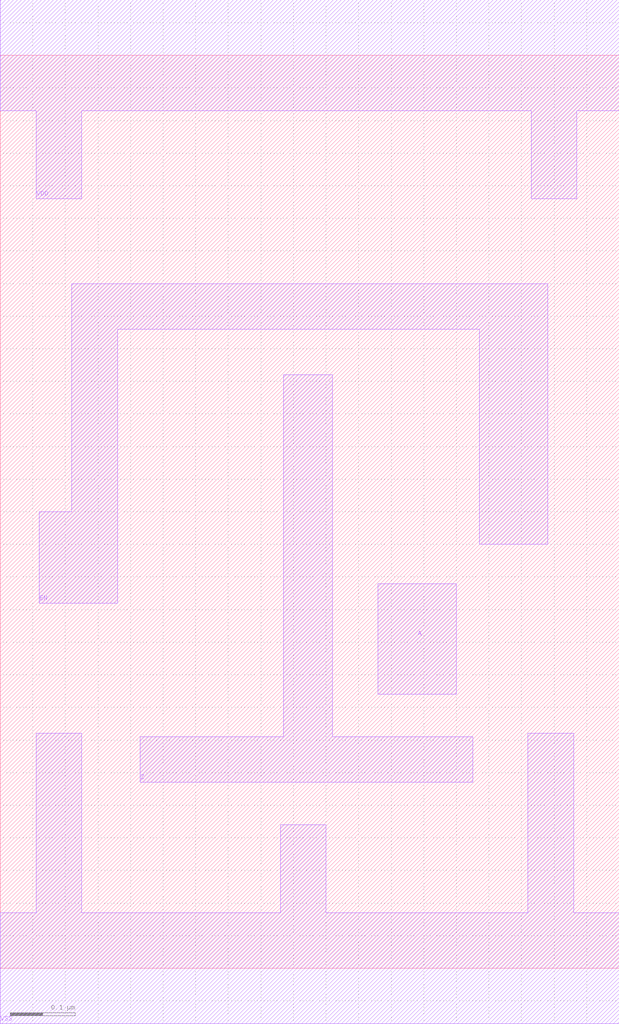
<source format=lef>
# 
# ******************************************************************************
# *                                                                            *
# *                   Copyright (C) 2004-2011, Nangate Inc.                    *
# *                           All rights reserved.                             *
# *                                                                            *
# * Nangate and the Nangate logo are trademarks of Nangate Inc.                *
# *                                                                            *
# * All trademarks, logos, software marks, and trade names (collectively the   *
# * "Marks") in this program are proprietary to Nangate or other respective    *
# * owners that have granted Nangate the right and license to use such Marks.  *
# * You are not permitted to use the Marks without the prior written consent   *
# * of Nangate or such third party that may own the Marks.                     *
# *                                                                            *
# * This file has been provided pursuant to a License Agreement containing     *
# * restrictions on its use. This file contains valuable trade secrets and     *
# * proprietary information of Nangate Inc., and is protected by U.S. and      *
# * international laws and/or treaties.                                        *
# *                                                                            *
# * The copyright notice(s) in this file does not indicate actual or intended  *
# * publication of this file.                                                  *
# *                                                                            *
# *     NGLibraryCreator, v2010.08-HR32-SP3-2010-08-05 - build 1009061800      *
# *                                                                            *
# ******************************************************************************
# 
# 
# Running on server08.nangate.com for user Giancarlo Franciscatto (gfr).
# Local time is now Thu, 6 Jan 2011, 18:10:28.
# Main process id is 3320.

VERSION 5.6 ;
BUSBITCHARS "[]" ;
DIVIDERCHAR "/" ;

MACRO ISO_FENCE0_X4
  CLASS core ;
  FOREIGN ISO_FENCE0_X4 0.0 0.0 ;
  ORIGIN 0 0 ;
  SYMMETRY X Y ;
  SITE FreePDK45_38x28_10R_NP_162NW_34O ;
  SIZE 0.95 BY 1.4 ;
  PIN A
    DIRECTION INPUT ;
    ANTENNAPARTIALMETALAREA 0.0204 LAYER metal1 ;
    ANTENNAPARTIALMETALSIDEAREA 0.0754 LAYER metal1 ;
    ANTENNAGATEAREA 0.081 ;
    PORT
      LAYER metal1 ;
        POLYGON 0.58 0.42 0.7 0.42 0.7 0.59 0.58 0.59  ;
    END
  END A
  PIN EN
    DIRECTION INPUT ;
    ANTENNAPARTIALMETALAREA 0.12215 LAYER metal1 ;
    ANTENNAPARTIALMETALSIDEAREA 0.416 LAYER metal1 ;
    ANTENNAGATEAREA 0.081 ;
    PORT
      LAYER metal1 ;
        POLYGON 0.06 0.56 0.18 0.56 0.18 0.98 0.735 0.98 0.735 0.65 0.84 0.65 0.84 1.05 0.11 1.05 0.11 0.7 0.06 0.7  ;
    END
  END EN
  PIN Z
    DIRECTION OUTPUT ;
    ANTENNAPARTIALMETALAREA 0.077325 LAYER metal1 ;
    ANTENNAPARTIALMETALSIDEAREA 0.2951 LAYER metal1 ;
    ANTENNADIFFAREA 0.1561 ;
    PORT
      LAYER metal1 ;
        POLYGON 0.215 0.285 0.725 0.285 0.725 0.355 0.51 0.355 0.51 0.91 0.435 0.91 0.435 0.355 0.215 0.355  ;
    END
  END Z
  PIN VDD
    DIRECTION INOUT ;
    USE power ;
    SHAPE ABUTMENT ;
    PORT
      LAYER metal1 ;
        POLYGON 0 1.315 0.055 1.315 0.055 1.18 0.125 1.18 0.125 1.315 0.815 1.315 0.815 1.18 0.885 1.18 0.885 1.315 0.95 1.315 0.95 1.485 0 1.485  ;
    END
  END VDD
  PIN VSS
    DIRECTION INOUT ;
    USE ground ;
    SHAPE ABUTMENT ;
    PORT
      LAYER metal1 ;
        POLYGON 0 -0.085 0.95 -0.085 0.95 0.085 0.88 0.085 0.88 0.36 0.81 0.36 0.81 0.085 0.5 0.085 0.5 0.22 0.43 0.22 0.43 0.085 0.125 0.085 0.125 0.36 0.055 0.36 0.055 0.085 0 0.085  ;
    END
  END VSS
END ISO_FENCE0_X4

END LIBRARY
#
# End of file
#

</source>
